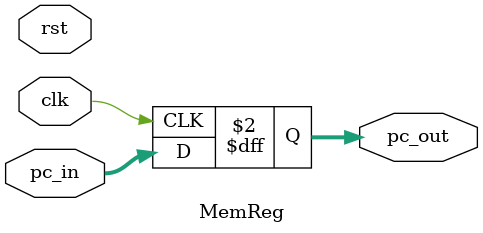
<source format=v>
module MemReg (
    clk,
    rst,
    pc_in,
    pc_out
);
    input clk, rst;
    input [31:0] pc_in;
    output reg [31:0] pc_out;
    always @(posedge clk) begin
        pc_out <= pc_in;
    end
endmodule
</source>
